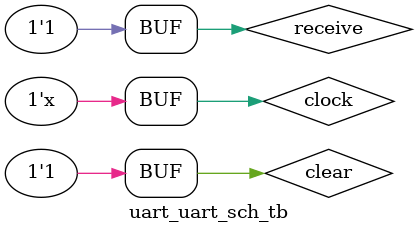
<source format=v>
`timescale 1ns / 1ps

/**
 * CS 3700 Final Project: UART
 * UART Circuit Test Module
 * 
 * Travis Elnicky & Michael Scutt
 *
 */

module uart_uart_sch_tb();

   reg clock, clear, receive;
	wire [7:0] data;
	wire transmit;

   uart UUT (.clock(clock), .clear(clear), .data(data), 
		.receive(receive), .transmit(transmit));

	initial begin

		$display("testing initialized");

		// initialze inputs
		clock = 0;
		clear = 0;
		receive = 1;

		#20; clear = 1;
		#100;

	// case 1
		receive = 0; // start bit

		#36; receive = 1;
		#36; receive = 0;
		#36; receive = 1;
		#36; receive = 0;
		#36; receive = 1;
		#36; receive = 0;
		#36; receive = 1;
		#36; receive = 0;

		#36; receive = 1; // stop bit

		#36; // wait for stop bit to finish
		#18; // handshake
		#36; // start bit
		#18; // catch middle of signal

		if(transmit != 1) $display("error: case 1 bit 1"); #36;
		if(transmit != 0) $display("error: case 1 bit 2"); #36;
		if(transmit != 1) $display("error: case 1 bit 3"); #36;
		if(transmit != 0) $display("error: case 1 bit 4"); #36;
		if(transmit != 1) $display("error: case 1 bit 5"); #36;
		if(transmit != 0) $display("error: case 1 bit 6"); #36;
		if(transmit != 1) $display("error: case 1 bit 7"); #36;
		if(transmit != 0) $display("error: case 1 bit 8"); #36;

		#18; // get out of middle of signal
		#36; //stop bit

	// case 2
		receive = 0;

		#36; receive = 0;
		#36; receive = 0;
		#36; receive = 0;
		#36; receive = 0;
		#36; receive = 0;
		#36; receive = 0;
		#36; receive = 0;
		#36; receive = 0;

		#36; receive = 1;

		#36; #18; #36; #18;
		
		if(transmit != 0) $display("error: case 2 bit 1"); #36;
		if(transmit != 0) $display("error: case 2 bit 2"); #36;
		if(transmit != 0) $display("error: case 2 bit 3"); #36;
		if(transmit != 0) $display("error: case 2 bit 4"); #36;
		if(transmit != 0) $display("error: case 2 bit 5"); #36;
		if(transmit != 0) $display("error: case 2 bit 6"); #36;
		if(transmit != 0) $display("error: case 2 bit 7"); #36;
		if(transmit != 0) $display("error: case 2 bit 8"); #36;

		#18; #36;

	// case 3
		receive = 0;

		#36; receive = 1;
		#36; receive = 1;
		#36; receive = 1;
		#36; receive = 1;
		#36; receive = 1;
		#36; receive = 1;
		#36; receive = 1;
		#36; receive = 1;

		#36; receive = 1;

		#36; #18; #36; #18;
		
		if(transmit != 1) $display("error: case 3 bit 1"); #36;
		if(transmit != 1) $display("error: case 3 bit 2"); #36;
		if(transmit != 1) $display("error: case 3 bit 3"); #36;
		if(transmit != 1) $display("error: case 3 bit 4"); #36;
		if(transmit != 1) $display("error: case 3 bit 5"); #36;
		if(transmit != 1) $display("error: case 3 bit 6"); #36;
		if(transmit != 1) $display("error: case 3 bit 7"); #36;
		if(transmit != 1) $display("error: case 3 bit 8"); #36;

		#18; #36;

	// case 4
		receive = 0;

		#36; receive = 0;
		#36; receive = 1;
		#36; receive = 1;
		#36; receive = 0;
		#36; receive = 0;
		#36; receive = 1;
		#36; receive = 1;
		#36; receive = 0;

		#36; receive = 1;

		#36; #18; #36; #18;
		
		if(transmit != 0) $display("error: case 4 bit 1"); #36;
		if(transmit != 1) $display("error: case 4 bit 2"); #36;
		if(transmit != 1) $display("error: case 4 bit 3"); #36;
		if(transmit != 0) $display("error: case 4 bit 4"); #36;
		if(transmit != 0) $display("error: case 4 bit 5"); #36;
		if(transmit != 1) $display("error: case 4 bit 6"); #36;
		if(transmit != 1) $display("error: case 4 bit 7"); #36;
		if(transmit != 0) $display("error: case 4 bit 8"); #36;

		#18; #36;
		
		receive = 0;

		#36; receive = 0;
		#36; receive = 0;
		#36; receive = 0;
		#36; receive = 0;
		#36; receive = 0;
		#36; receive = 0;
		#36; receive = 0;
		#36; receive = 0;

		#36; receive = 1;
		
		#36; receive = 0;

		#36; receive = 1;
		#36; receive = 1;
		#36; receive = 1;
		#36; receive = 1;
		#36; receive = 1;
		#36; receive = 1;
		#36; receive = 1;
		#36; receive = 1;

		#36; receive = 1;

		$display("testing complete");
	end

	always #1 clock = ~clock;

endmodule

</source>
